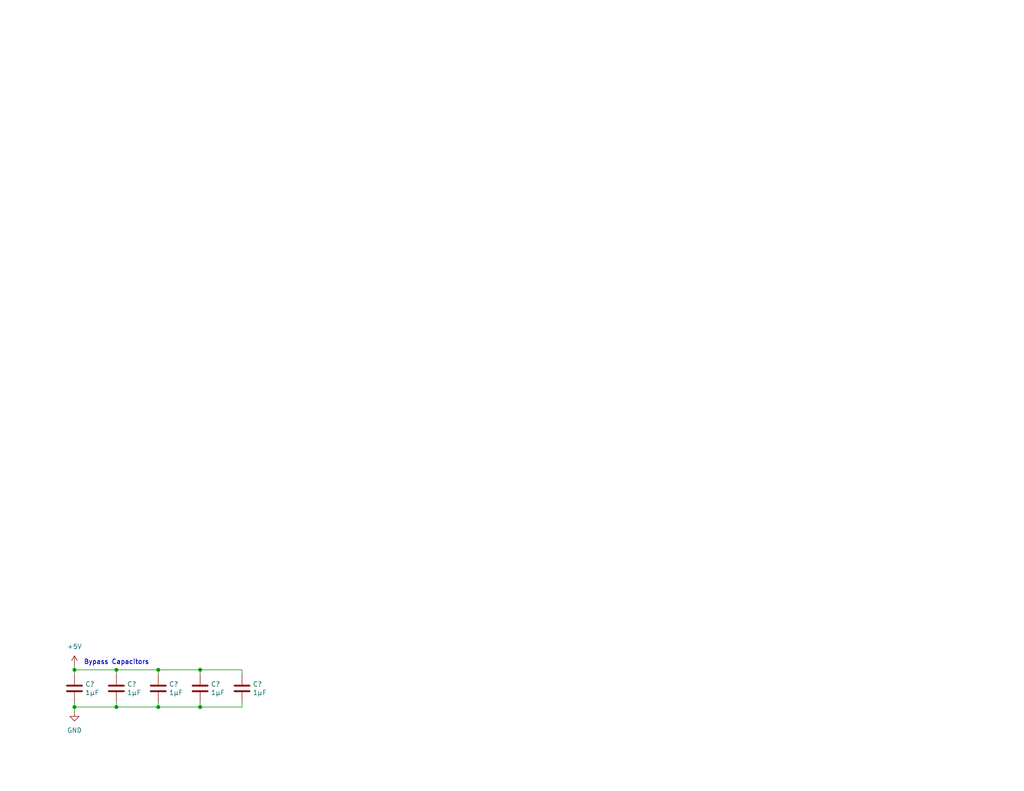
<source format=kicad_sch>
(kicad_sch (version 20230121) (generator eeschema)
  (paper "USLetter")
  (title_block (title "CPU with Flash ROM and RAM") (date "2023-09-08") (rev "2.12") (company "Frédéric Segard") (comment 1 "@microhobbyist") (comment 4 "Thank you to John Winans for his inspiration, as well as Grant Searle and Sergey Kiselev"))
  (lib_symbols
    (symbol "+5V_1" (power) (pin_names (offset 0))
      (property "Value" "+5V_1" (at 0 3.556 0))
      (symbol "+5V_1_0_1"
        (polyline (pts (xy -0.762 1.27) (xy 0 2.54)))
        (polyline (pts (xy 0 0) (xy 0 2.54)))
        (polyline (pts (xy 0 2.54) (xy 0.762 1.27)))
      )
      (symbol "+5V_1_1_1"
        (pin power_in line (at 0 0 90) (length 0) hide (name "+5V") (number "1"))
      )
    )
    (symbol "Device:C" (pin_numbers hide) (pin_names (offset 0.254))
      (property "Reference" "C" (at 0.635 2.54 0))
      (property "Value" "C" (at 0.635 -2.54 0))
      (symbol "C_0_1"
        (polyline (pts (xy -2.032 -0.762) (xy 2.032 -0.762)) (stroke (width 0.508)))
        (polyline (pts (xy -2.032 0.762) (xy 2.032 0.762)) (stroke (width 0.508)))
      )
      (symbol "C_1_1"
        (pin passive line (at 0 3.81 270) (length 2.794) (name "~") (number "1"))
        (pin passive line (at 0 -3.81 90) (length 2.794) (name "~") (number "2"))
      )
    )
    (symbol "GND_1" (power) (pin_names (offset 0))
      (property "Value" "GND_1" (at 0 -3.81 0))
      (symbol "GND_1_0_1"
        (polyline (pts (xy 0 0) (xy 0 -1.27) (xy 1.27 -1.27) (xy 0 -2.54) (xy -1.27 -1.27) (xy 0 -1.27)))
      )
      (symbol "GND_1_1_1"
        (pin power_in line (at 0 0 270) (length 0) hide (name "GND") (number "1"))
      )
    )
  )
  (junction (at 31.75 193.04))
  (junction (at 20.32 193.04))
  (junction (at 43.18 182.88))
  (junction (at 54.61 182.88))
  (junction (at 54.61 193.04))
  (junction (at 43.18 193.04))
  (junction (at 20.32 182.88))
  (junction (at 31.75 182.88))
  (wire (pts (xy 20.32 191.77) (xy 20.32 193.04)))
  (wire (pts (xy 31.75 193.04) (xy 43.18 193.04)))
  (wire (pts (xy 31.75 191.77) (xy 31.75 193.04)))
  (wire (pts (xy 43.18 184.15) (xy 43.18 182.88)))
  (wire (pts (xy 43.18 193.04) (xy 54.61 193.04)))
  (wire (pts (xy 54.61 184.15) (xy 54.61 182.88)))
  (wire (pts (xy 20.32 181.61) (xy 20.32 182.88)))
  (wire (pts (xy 31.75 182.88) (xy 20.32 182.88)))
  (wire (pts (xy 43.18 182.88) (xy 31.75 182.88)))
  (wire (pts (xy 54.61 193.04) (xy 66.04 193.04)))
  (wire (pts (xy 43.18 191.77) (xy 43.18 193.04)))
  (wire (pts (xy 20.32 182.88) (xy 20.32 184.15)))
  (wire (pts (xy 66.04 182.88) (xy 54.61 182.88)))
  (wire (pts (xy 31.75 184.15) (xy 31.75 182.88)))
  (wire (pts (xy 54.61 182.88) (xy 43.18 182.88)))
  (wire (pts (xy 20.32 193.04) (xy 31.75 193.04)))
  (wire (pts (xy 66.04 184.15) (xy 66.04 182.88)))
  (wire (pts (xy 66.04 191.77) (xy 66.04 193.04)))
  (wire (pts (xy 54.61 191.77) (xy 54.61 193.04)))
  (wire (pts (xy 20.32 193.04) (xy 20.32 194.31)))
  (text "Bypass Capacitors" (at 22.86 181.61 0) (effects (font (size 1.27 1.27)) (justify left bottom)))
  (text "Bypass Capacitors" (at 22.86 181.61 0) (effects (font (size 1.27 1.27)) (justify left bottom)))
  (symbol (lib_name "+5V_1") (lib_id "power:+5V") (at 20.32 181.61 0) (unit 1)
    (property "Reference" "#PWR?" (effects hide))
    (property "Value" "+5V" (at 20.32 176.53 0))
    (instances (project "1 - Main CPU board with basic peripherals (rev5)" (path "" (reference "#PWR?") (unit 1)) (path "" (reference "#PWR?") (unit 1))) (project "2 - CPU and memory card with the essential peripherals" (path "" (reference "#PWR?") (unit 1))) (project "3 - Quad Serial card v3" (path "" (reference "#PWR?") (unit 1)) (path "" (reference "#PWR?") (unit 1))) (project "2 - CPU and core components (Rev 3)" (path "" (reference "#PWR?") (unit 1)) (path "" (reference "#PWR?") (unit 1)) (path "" (reference "#PWR051") (unit 1))))
  )
  (symbol (lib_id "Device:C") (at 54.61 187.96 0) (unit 1)
    (property "Reference" "C?" (at 57.531 186.7916 0) (effects (justify left)))
    (property "Value" "1µF" (at 57.531 189.103 0) (effects (justify left)))
    (property "Footprint" "Capacitor_THT:C_Disc_D3.4mm_W2.1mm_P2.50mm" (effects hide))
    (instances (project "1 - Main CPU board with basic peripherals (rev5)" (path "" (reference "C?") (unit 1)) (path "" (reference "C?") (unit 1))) (project "2 - CPU and memory card with the essential peripherals" (path "" (reference "C?") (unit 1))) (project "3 - Quad Serial card v3" (path "" (reference "C?") (unit 1)) (path "" (reference "C?") (unit 1))) (project "2 - CPU and core components (Rev 3)" (path "" (reference "C?") (unit 1)) (path "" (reference "C?") (unit 1)) (path "" (reference "C15") (unit 1))))
  )
  (symbol (lib_id "Device:C") (at 31.75 187.96 0) (unit 1)
    (property "Reference" "C?" (at 34.671 186.7916 0) (effects (justify left)))
    (property "Value" "1µF" (at 34.671 189.103 0) (effects (justify left)))
    (property "Footprint" "Capacitor_THT:C_Disc_D3.4mm_W2.1mm_P2.50mm" (effects hide))
    (instances (project "1 - Main CPU board with basic peripherals (rev5)" (path "" (reference "C?") (unit 1)) (path "" (reference "C?") (unit 1))) (project "2 - CPU and memory card with the essential peripherals" (path "" (reference "C?") (unit 1))) (project "3 - Quad Serial card v3" (path "" (reference "C?") (unit 1)) (path "" (reference "C?") (unit 1))) (project "2 - CPU and core components (Rev 3)" (path "" (reference "C?") (unit 1)) (path "" (reference "C?") (unit 1)) (path "" (reference "C13") (unit 1))))
  )
  (symbol (lib_name "GND_1") (lib_id "power:GND") (at 20.32 194.31 0) (unit 1)
    (property "Reference" "#PWR?" (effects hide))
    (property "Value" "GND" (at 20.32 199.39 0))
    (instances (project "1 - Main CPU board with basic peripherals (rev5)" (path "" (reference "#PWR?") (unit 1)) (path "" (reference "#PWR?") (unit 1))) (project "2 - CPU and memory card with the essential peripherals" (path "" (reference "#PWR?") (unit 1))) (project "3 - Quad Serial card v3" (path "" (reference "#PWR?") (unit 1)) (path "" (reference "#PWR?") (unit 1))) (project "2 - CPU and core components (Rev 3)" (path "" (reference "#PWR?") (unit 1)) (path "" (reference "#PWR?") (unit 1)) (path "" (reference "#PWR052") (unit 1))))
  )
  (symbol (lib_id "Device:C") (at 66.04 187.96 0) (unit 1)
    (property "Reference" "C?" (at 68.961 186.7916 0) (effects (justify left)))
    (property "Value" "1µF" (at 68.961 189.103 0) (effects (justify left)))
    (property "Footprint" "Capacitor_THT:C_Disc_D3.4mm_W2.1mm_P2.50mm" (effects hide))
    (instances (project "1 - Main CPU board with basic peripherals (rev5)" (path "" (reference "C?") (unit 1)) (path "" (reference "C?") (unit 1))) (project "2 - CPU and memory card with the essential peripherals" (path "" (reference "C?") (unit 1))) (project "3 - Quad Serial card v3" (path "" (reference "C?") (unit 1)) (path "" (reference "C?") (unit 1))) (project "2 - CPU and core components (Rev 3)" (path "" (reference "C?") (unit 1)) (path "" (reference "C?") (unit 1)) (path "" (reference "C16") (unit 1))))
  )
  (symbol (lib_id "Device:C") (at 43.18 187.96 0) (unit 1)
    (property "Reference" "C?" (at 46.101 186.7916 0) (effects (justify left)))
    (property "Value" "1µF" (at 46.101 189.103 0) (effects (justify left)))
    (property "Footprint" "Capacitor_THT:C_Disc_D3.4mm_W2.1mm_P2.50mm" (effects hide))
    (instances (project "1 - Main CPU board with basic peripherals (rev5)" (path "" (reference "C?") (unit 1)) (path "" (reference "C?") (unit 1))) (project "2 - CPU and memory card with the essential peripherals" (path "" (reference "C?") (unit 1))) (project "3 - Quad Serial card v3" (path "" (reference "C?") (unit 1)) (path "" (reference "C?") (unit 1))) (project "2 - CPU and core components (Rev 3)" (path "" (reference "C?") (unit 1)) (path "" (reference "C?") (unit 1)) (path "" (reference "C14") (unit 1))))
  )
  (symbol (lib_id "Device:C") (at 20.32 187.96 0) (unit 1)
    (property "Reference" "C?" (at 23.241 186.7916 0) (effects (justify left)))
    (property "Value" "1µF" (at 23.241 189.103 0) (effects (justify left)))
    (property "Footprint" "Capacitor_THT:C_Disc_D3.4mm_W2.1mm_P2.50mm" (effects hide))
    (instances (project "1 - Main CPU board with basic peripherals (rev5)" (path "" (reference "C?") (unit 1)) (path "" (reference "C?") (unit 1))) (project "2 - CPU and memory card with the essential peripherals" (path "" (reference "C?") (unit 1))) (project "3 - Quad Serial card v3" (path "" (reference "C?") (unit 1)) (path "" (reference "C?") (unit 1))) (project "2 - CPU and core components (Rev 3)" (path "" (reference "C?") (unit 1)) (path "" (reference "C?") (unit 1)) (path "" (reference "C12") (unit 1))))
  )
)
</source>
